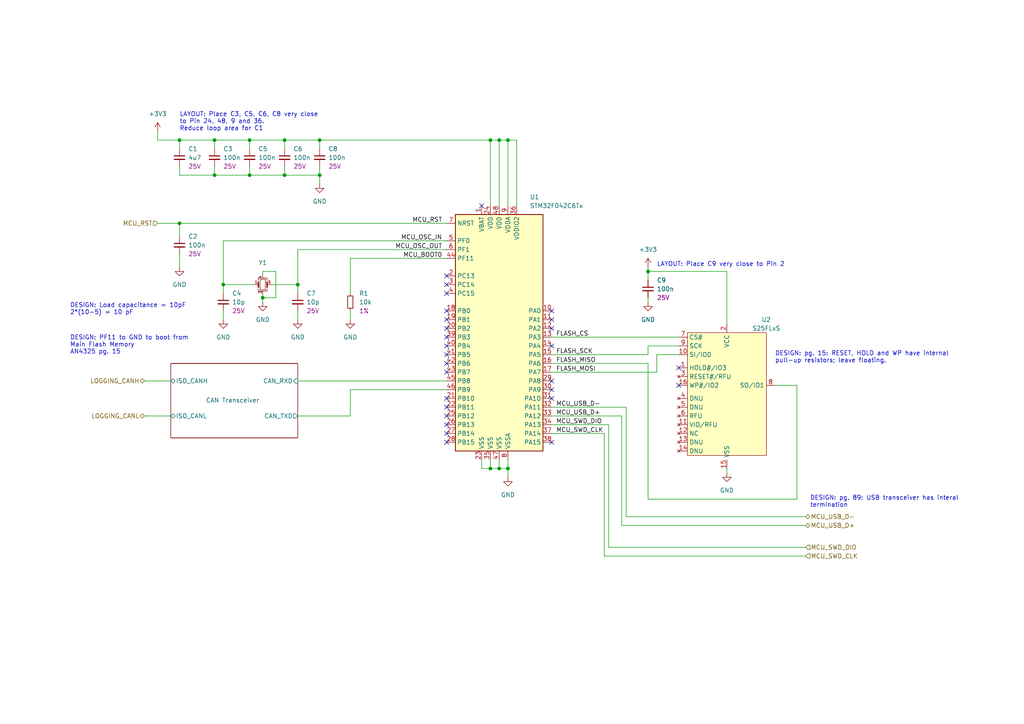
<source format=kicad_sch>
(kicad_sch (version 20211123) (generator eeschema)
  (paper "A4")
  (title_block (title "Car Logger") (date "2024-02-18") (rev "v1") (company "Johnny Cao"))
  (lib_symbols
    (symbol "Device:C_Small" (pin_numbers hide) (pin_names (offset 0.254) hide)
      (property "Reference" "C" (at 0.254 1.778 0))
      (property "Value" "C_Small" (at 0.254 -2.032 0))
      (symbol "C_Small_0_1"
        (polyline (pts (xy -1.524 -0.508) (xy 1.524 -0.508)) (stroke (width 0.3302)))
        (polyline (pts (xy -1.524 0.508) (xy 1.524 0.508)) (stroke (width 0.3048)))
      )
      (symbol "C_Small_1_1"
        (pin passive line (at 0 2.54 270) (length 2.032) (name "~") (number "1"))
        (pin passive line (at 0 -2.54 90) (length 2.032) (name "~") (number "2"))
      )
    )
    (symbol "Device:Crystal_GND24_Small" (pin_names (offset 1.016) hide)
      (property "Reference" "Y" (at 1.27 4.445 0))
      (property "Value" "Crystal_GND24_Small" (at 1.27 2.54 0))
      (symbol "Crystal_GND24_Small_0_1"
        (rectangle (start -0.762 -1.524) (end 0.762 1.524))
        (polyline (pts (xy -1.27 -0.762) (xy -1.27 0.762)) (stroke (width 0.381)))
        (polyline (pts (xy 1.27 -0.762) (xy 1.27 0.762)) (stroke (width 0.381)))
        (polyline (pts (xy -1.27 -1.27) (xy -1.27 -1.905) (xy 1.27 -1.905) (xy 1.27 -1.27)))
        (polyline (pts (xy -1.27 1.27) (xy -1.27 1.905) (xy 1.27 1.905) (xy 1.27 1.27)))
      )
      (symbol "Crystal_GND24_Small_1_1"
        (pin passive line (at -2.54 0 0) (length 1.27) (name "1") (number "1"))
        (pin passive line (at 0 -2.54 90) (length 0.635) (name "2") (number "2"))
        (pin passive line (at 2.54 0 180) (length 1.27) (name "3") (number "3"))
        (pin passive line (at 0 2.54 270) (length 0.635) (name "4") (number "4"))
      )
    )
    (symbol "Device:R_Small" (pin_numbers hide) (pin_names (offset 0.254) hide)
      (property "Reference" "R" (at 0.762 0.508 0))
      (property "Value" "R_Small" (at 0.762 -1.016 0))
      (symbol "R_Small_0_1"
        (rectangle (start -0.762 1.778) (end 0.762 -1.778) (stroke (width 0.2032)))
      )
      (symbol "R_Small_1_1"
        (pin passive line (at 0 2.54 270) (length 0.762) (name "~") (number "1"))
        (pin passive line (at 0 -2.54 90) (length 0.762) (name "~") (number "2"))
      )
    )
    (symbol "MCU_ST_STM32F0:STM32F042C6Tx"
      (property "Reference" "U" (at -12.7 34.29 0))
      (property "Value" "STM32F042C6Tx" (at 7.62 34.29 0))
      (symbol "STM32F042C6Tx_0_1"
        (rectangle (start -12.7 -35.56) (end 12.7 33.02) (stroke (width 0.254)) (fill (type background)))
      )
      (symbol "STM32F042C6Tx_1_1"
        (pin power_in line (at -5.08 35.56 270) (length 2.54) (name "VBAT") (number "1"))
        (pin bidirectional line (at 15.24 5.08 180) (length 2.54) (name "PA0") (number "10"))
        (pin bidirectional line (at 15.24 2.54 180) (length 2.54) (name "PA1") (number "11"))
        (pin bidirectional line (at 15.24 0 180) (length 2.54) (name "PA2") (number "12"))
        (pin bidirectional line (at 15.24 -2.54 180) (length 2.54) (name "PA3") (number "13"))
        (pin bidirectional line (at 15.24 -5.08 180) (length 2.54) (name "PA4") (number "14"))
        (pin bidirectional line (at 15.24 -7.62 180) (length 2.54) (name "PA5") (number "15"))
        (pin bidirectional line (at 15.24 -10.16 180) (length 2.54) (name "PA6") (number "16"))
        (pin bidirectional line (at 15.24 -12.7 180) (length 2.54) (name "PA7") (number "17"))
        (pin bidirectional line (at -15.24 5.08 0) (length 2.54) (name "PB0") (number "18"))
        (pin bidirectional line (at -15.24 2.54 0) (length 2.54) (name "PB1") (number "19"))
        (pin bidirectional line (at -15.24 15.24 0) (length 2.54) (name "PC13") (number "2"))
        (pin bidirectional line (at -15.24 0 0) (length 2.54) (name "PB2") (number "20"))
        (pin bidirectional line (at -15.24 -20.32 0) (length 2.54) (name "PB10") (number "21"))
        (pin bidirectional line (at -15.24 -22.86 0) (length 2.54) (name "PB11") (number "22"))
        (pin power_in line (at -5.08 -38.1 90) (length 2.54) (name "VSS") (number "23"))
        (pin power_in line (at -2.54 35.56 270) (length 2.54) (name "VDD") (number "24"))
        (pin bidirectional line (at -15.24 -25.4 0) (length 2.54) (name "PB12") (number "25"))
        (pin bidirectional line (at -15.24 -27.94 0) (length 2.54) (name "PB13") (number "26"))
        (pin bidirectional line (at -15.24 -30.48 0) (length 2.54) (name "PB14") (number "27"))
        (pin bidirectional line (at -15.24 -33.02 0) (length 2.54) (name "PB15") (number "28"))
        (pin bidirectional line (at 15.24 -15.24 180) (length 2.54) (name "PA8") (number "29"))
        (pin bidirectional line (at -15.24 12.7 0) (length 2.54) (name "PC14") (number "3"))
        (pin bidirectional line (at 15.24 -17.78 180) (length 2.54) (name "PA9") (number "30"))
        (pin bidirectional line (at 15.24 -20.32 180) (length 2.54) (name "PA10") (number "31"))
        (pin bidirectional line (at 15.24 -22.86 180) (length 2.54) (name "PA11") (number "32"))
        (pin bidirectional line (at 15.24 -25.4 180) (length 2.54) (name "PA12") (number "33"))
        (pin bidirectional line (at 15.24 -27.94 180) (length 2.54) (name "PA13") (number "34"))
        (pin power_in line (at -2.54 -38.1 90) (length 2.54) (name "VSS") (number "35"))
        (pin power_in line (at 5.08 35.56 270) (length 2.54) (name "VDDIO2") (number "36"))
        (pin bidirectional line (at 15.24 -30.48 180) (length 2.54) (name "PA14") (number "37"))
        (pin bidirectional line (at 15.24 -33.02 180) (length 2.54) (name "PA15") (number "38"))
        (pin bidirectional line (at -15.24 -2.54 0) (length 2.54) (name "PB3") (number "39"))
        (pin bidirectional line (at -15.24 10.16 0) (length 2.54) (name "PC15") (number "4"))
        (pin bidirectional line (at -15.24 -5.08 0) (length 2.54) (name "PB4") (number "40"))
        (pin bidirectional line (at -15.24 -7.62 0) (length 2.54) (name "PB5") (number "41"))
        (pin bidirectional line (at -15.24 -10.16 0) (length 2.54) (name "PB6") (number "42"))
        (pin bidirectional line (at -15.24 -12.7 0) (length 2.54) (name "PB7") (number "43"))
        (pin bidirectional line (at -15.24 20.32 0) (length 2.54) (name "PF11") (number "44"))
        (pin bidirectional line (at -15.24 -15.24 0) (length 2.54) (name "PB8") (number "45"))
        (pin bidirectional line (at -15.24 -17.78 0) (length 2.54) (name "PB9") (number "46"))
        (pin power_in line (at 0 -38.1 90) (length 2.54) (name "VSS") (number "47"))
        (pin power_in line (at 0 35.56 270) (length 2.54) (name "VDD") (number "48"))
        (pin input line (at -15.24 25.4 0) (length 2.54) (name "PF0") (number "5"))
        (pin input line (at -15.24 22.86 0) (length 2.54) (name "PF1") (number "6"))
        (pin input line (at -15.24 30.48 0) (length 2.54) (name "NRST") (number "7"))
        (pin power_in line (at 2.54 -38.1 90) (length 2.54) (name "VSSA") (number "8"))
        (pin power_in line (at 2.54 35.56 270) (length 2.54) (name "VDDA") (number "9"))
      )
    )
    (symbol "car-logger-lib:S25FLxS"
      (property "Reference" "U" (at 7.62 19.05 0))
      (property "Value" "S25FLxS" (at 7.62 17.145 0))
      (symbol "S25FLxS_0_0"
        (pin input line (at -13.97 5.08 0) (length 2.54) (name "HOLD#/IO3") (number "1"))
        (pin input line (at -13.97 8.89 0) (length 2.54) (name "SI/IO0") (number "10"))
        (pin no_connect line (at -13.97 -11.43 0) (length 2.54) (name "VIO/RFU") (number "11"))
        (pin no_connect line (at -13.97 -13.97 0) (length 2.54) (name "NC") (number "12"))
        (pin no_connect line (at -13.97 -16.51 0) (length 2.54) (name "DNU") (number "13"))
        (pin no_connect line (at -13.97 -19.05 0) (length 2.54) (name "DNU") (number "14"))
        (pin power_in line (at 0 -24.13 90) (length 2.54) (name "VSS") (number "15"))
        (pin input line (at -13.97 0 0) (length 2.54) (name "WP#/IO2") (number "16"))
        (pin power_in line (at 0 17.78 270) (length 2.54) (name "VCC") (number "2"))
        (pin no_connect line (at -13.97 2.54 0) (length 2.54) (name "RESET#/RFU") (number "3"))
        (pin no_connect line (at -13.97 -3.81 0) (length 2.54) (name "DNU") (number "4"))
        (pin no_connect line (at -13.97 -6.35 0) (length 2.54) (name "DNU") (number "5"))
        (pin no_connect line (at -13.97 -8.89 0) (length 2.54) (name "RFU") (number "6"))
        (pin input line (at -13.97 13.97 0) (length 2.54) (name "CS#") (number "7"))
        (pin output line (at 13.97 0 180) (length 2.54) (name "SO/IO1") (number "8"))
        (pin input line (at -13.97 11.43 0) (length 2.54) (name "SCK") (number "9"))
      )
      (symbol "S25FLxS_0_1"
        (rectangle (start -11.43 15.24) (end 11.43 -20.32) (fill (type background)))
      )
    )
    (symbol "power:+3V3" (power) (pin_names (offset 0))
      (property "Value" "+3V3" (at 0 3.556 0))
      (symbol "+3V3_0_1"
        (polyline (pts (xy -0.762 1.27) (xy 0 2.54)))
        (polyline (pts (xy 0 0) (xy 0 2.54)))
        (polyline (pts (xy 0 2.54) (xy 0.762 1.27)))
      )
      (symbol "+3V3_1_1"
        (pin power_in line (at 0 0 90) (length 0) hide (name "+3V3") (number "1"))
      )
    )
    (symbol "power:GND" (power) (pin_names (offset 0))
      (property "Value" "GND" (at 0 -3.81 0))
      (symbol "GND_0_1"
        (polyline (pts (xy 0 0) (xy 0 -1.27) (xy 1.27 -1.27) (xy 0 -2.54) (xy -1.27 -1.27) (xy 0 -1.27)))
      )
      (symbol "GND_1_1"
        (pin power_in line (at 0 0 270) (length 0) hide (name "GND") (number "1"))
      )
    )
  )
  (junction (at 82.55 40.64))
  (junction (at 147.32 135.89))
  (junction (at 52.07 40.64))
  (junction (at 142.24 135.89))
  (junction (at 147.32 40.64))
  (junction (at 62.23 50.8))
  (junction (at 92.71 40.64))
  (junction (at 142.24 40.64))
  (junction (at 62.23 40.64))
  (junction (at 76.2 86.36))
  (junction (at 72.39 50.8))
  (junction (at 144.78 40.64))
  (junction (at 72.39 40.64))
  (junction (at 64.77 82.55))
  (junction (at 144.78 135.89))
  (junction (at 92.71 50.8))
  (junction (at 52.07 64.77))
  (junction (at 82.55 50.8))
  (junction (at 187.96 78.74))
  (junction (at 86.36 82.55))
  (no_connect (at 129.54 120.65))
  (no_connect (at 160.02 115.57))
  (no_connect (at 196.85 111.76))
  (no_connect (at 129.54 123.19))
  (no_connect (at 160.02 128.27))
  (no_connect (at 160.02 100.33))
  (no_connect (at 129.54 102.87))
  (no_connect (at 129.54 97.79))
  (no_connect (at 129.54 95.25))
  (no_connect (at 129.54 128.27))
  (no_connect (at 160.02 90.17))
  (no_connect (at 129.54 115.57))
  (no_connect (at 139.7 59.69))
  (no_connect (at 160.02 110.49))
  (no_connect (at 129.54 92.71))
  (no_connect (at 129.54 80.01))
  (no_connect (at 129.54 90.17))
  (no_connect (at 129.54 125.73))
  (no_connect (at 129.54 118.11))
  (no_connect (at 129.54 107.95))
  (no_connect (at 129.54 105.41))
  (no_connect (at 129.54 85.09))
  (no_connect (at 129.54 82.55))
  (no_connect (at 160.02 92.71))
  (no_connect (at 160.02 95.25))
  (no_connect (at 129.54 100.33))
  (no_connect (at 160.02 113.03))
  (no_connect (at 196.85 106.68))
  (wire (pts (xy 160.02 125.73) (xy 175.26 125.73)))
  (wire (pts (xy 86.36 82.55) (xy 86.36 85.09)))
  (wire (pts (xy 72.39 48.26) (xy 72.39 50.8)))
  (wire (pts (xy 129.54 74.93) (xy 101.6 74.93)))
  (wire (pts (xy 62.23 40.64) (xy 62.23 43.18)))
  (wire (pts (xy 78.74 82.55) (xy 86.36 82.55)))
  (wire (pts (xy 86.36 72.39) (xy 129.54 72.39)))
  (wire (pts (xy 129.54 69.85) (xy 64.77 69.85)))
  (wire (pts (xy 187.96 105.41) (xy 187.96 144.78)))
  (wire (pts (xy 41.91 110.49) (xy 49.53 110.49)))
  (wire (pts (xy 72.39 40.64) (xy 62.23 40.64)))
  (wire (pts (xy 196.85 100.33) (xy 187.96 100.33)))
  (wire (pts (xy 160.02 105.41) (xy 187.96 105.41)))
  (wire (pts (xy 101.6 113.03) (xy 101.6 120.65)))
  (wire (pts (xy 72.39 40.64) (xy 72.39 43.18)))
  (wire (pts (xy 147.32 135.89) (xy 147.32 133.35)))
  (wire (pts (xy 62.23 40.64) (xy 52.07 40.64)))
  (wire (pts (xy 180.34 120.65) (xy 180.34 152.4)))
  (wire (pts (xy 144.78 135.89) (xy 147.32 135.89)))
  (wire (pts (xy 92.71 40.64) (xy 92.71 43.18)))
  (wire (pts (xy 101.6 90.17) (xy 101.6 92.71)))
  (wire (pts (xy 64.77 69.85) (xy 64.77 82.55)))
  (wire (pts (xy 76.2 87.63) (xy 76.2 86.36)))
  (wire (pts (xy 62.23 50.8) (xy 72.39 50.8)))
  (wire (pts (xy 41.91 120.65) (xy 49.53 120.65)))
  (wire (pts (xy 80.01 78.74) (xy 80.01 86.36)))
  (wire (pts (xy 142.24 133.35) (xy 142.24 135.89)))
  (wire (pts (xy 101.6 74.93) (xy 101.6 85.09)))
  (wire (pts (xy 144.78 40.64) (xy 144.78 59.69)))
  (wire (pts (xy 82.55 40.64) (xy 72.39 40.64)))
  (wire (pts (xy 190.5 107.95) (xy 160.02 107.95)))
  (wire (pts (xy 139.7 135.89) (xy 142.24 135.89)))
  (wire (pts (xy 129.54 64.77) (xy 52.07 64.77)))
  (wire (pts (xy 187.96 77.47) (xy 187.96 78.74)))
  (wire (pts (xy 101.6 120.65) (xy 86.36 120.65)))
  (wire (pts (xy 76.2 78.74) (xy 80.01 78.74)))
  (wire (pts (xy 231.14 111.76) (xy 224.79 111.76)))
  (wire (pts (xy 210.82 93.98) (xy 210.82 78.74)))
  (wire (pts (xy 142.24 135.89) (xy 144.78 135.89)))
  (wire (pts (xy 62.23 48.26) (xy 62.23 50.8)))
  (wire (pts (xy 45.72 38.1) (xy 45.72 40.64)))
  (wire (pts (xy 139.7 133.35) (xy 139.7 135.89)))
  (wire (pts (xy 160.02 123.19) (xy 176.53 123.19)))
  (wire (pts (xy 180.34 152.4) (xy 233.68 152.4)))
  (wire (pts (xy 142.24 40.64) (xy 92.71 40.64)))
  (wire (pts (xy 129.54 113.03) (xy 101.6 113.03)))
  (wire (pts (xy 64.77 82.55) (xy 73.66 82.55)))
  (wire (pts (xy 52.07 73.66) (xy 52.07 77.47)))
  (wire (pts (xy 52.07 40.64) (xy 45.72 40.64)))
  (wire (pts (xy 52.07 64.77) (xy 45.72 64.77)))
  (wire (pts (xy 187.96 78.74) (xy 187.96 81.28)))
  (wire (pts (xy 52.07 48.26) (xy 52.07 50.8)))
  (wire (pts (xy 76.2 85.09) (xy 76.2 86.36)))
  (wire (pts (xy 147.32 135.89) (xy 147.32 138.43)))
  (wire (pts (xy 176.53 158.75) (xy 233.68 158.75)))
  (wire (pts (xy 196.85 102.87) (xy 190.5 102.87)))
  (wire (pts (xy 86.36 110.49) (xy 129.54 110.49)))
  (wire (pts (xy 187.96 100.33) (xy 187.96 102.87)))
  (wire (pts (xy 52.07 64.77) (xy 52.07 68.58)))
  (wire (pts (xy 64.77 82.55) (xy 64.77 85.09)))
  (wire (pts (xy 52.07 50.8) (xy 62.23 50.8)))
  (wire (pts (xy 80.01 86.36) (xy 76.2 86.36)))
  (wire (pts (xy 147.32 40.64) (xy 147.32 59.69)))
  (wire (pts (xy 175.26 161.29) (xy 233.68 161.29)))
  (wire (pts (xy 52.07 40.64) (xy 52.07 43.18)))
  (wire (pts (xy 92.71 40.64) (xy 82.55 40.64)))
  (wire (pts (xy 86.36 82.55) (xy 86.36 72.39)))
  (wire (pts (xy 187.96 86.36) (xy 187.96 87.63)))
  (wire (pts (xy 160.02 118.11) (xy 181.61 118.11)))
  (wire (pts (xy 144.78 133.35) (xy 144.78 135.89)))
  (wire (pts (xy 92.71 50.8) (xy 92.71 53.34)))
  (wire (pts (xy 190.5 102.87) (xy 190.5 107.95)))
  (wire (pts (xy 142.24 40.64) (xy 142.24 59.69)))
  (wire (pts (xy 160.02 97.79) (xy 196.85 97.79)))
  (wire (pts (xy 187.96 144.78) (xy 231.14 144.78)))
  (wire (pts (xy 181.61 149.86) (xy 233.68 149.86)))
  (wire (pts (xy 92.71 48.26) (xy 92.71 50.8)))
  (wire (pts (xy 160.02 120.65) (xy 180.34 120.65)))
  (wire (pts (xy 64.77 90.17) (xy 64.77 92.71)))
  (wire (pts (xy 144.78 40.64) (xy 142.24 40.64)))
  (wire (pts (xy 210.82 135.89) (xy 210.82 137.16)))
  (wire (pts (xy 82.55 50.8) (xy 92.71 50.8)))
  (wire (pts (xy 149.86 59.69) (xy 149.86 40.64)))
  (wire (pts (xy 181.61 118.11) (xy 181.61 149.86)))
  (wire (pts (xy 147.32 40.64) (xy 144.78 40.64)))
  (wire (pts (xy 82.55 48.26) (xy 82.55 50.8)))
  (wire (pts (xy 176.53 123.19) (xy 176.53 158.75)))
  (wire (pts (xy 187.96 102.87) (xy 160.02 102.87)))
  (wire (pts (xy 72.39 50.8) (xy 82.55 50.8)))
  (wire (pts (xy 82.55 40.64) (xy 82.55 43.18)))
  (wire (pts (xy 175.26 125.73) (xy 175.26 161.29)))
  (wire (pts (xy 231.14 144.78) (xy 231.14 111.76)))
  (wire (pts (xy 210.82 78.74) (xy 187.96 78.74)))
  (wire (pts (xy 149.86 40.64) (xy 147.32 40.64)))
  (wire (pts (xy 76.2 80.01) (xy 76.2 78.74)))
  (wire (pts (xy 86.36 90.17) (xy 86.36 92.71)))
  (text "DESIGN: pg. 15: RESET, HOLD and WP have internal\npull-up resistors; leave floating." (at 224.79 105.41 0) (effects (font (size 1.27 1.27)) (justify left bottom)))
  (text "LAYOUT: Place C3, C5, C6, C8 very close\nto Pin 24, 48, 9 and 36.\nReduce loop area for C1" (at 52.07 38.1 0) (effects (font (size 1.27 1.27)) (justify left bottom)))
  (text "DESIGN: pg. 89: USB transceiver has interal\ntermination" (at 234.95 147.32 0) (effects (font (size 1.27 1.27)) (justify left bottom)))
  (text "LAYOUT: Place C9 very close to Pin 2" (at 190.5 77.47 0) (effects (font (size 1.27 1.27)) (justify left bottom)))
  (text "DESIGN: PF11 to GND to boot from \nMain Flash Memory\nAN4325 pg. 15" (at 20.32 102.87 0) (effects (font (size 1.27 1.27)) (justify left bottom)))
  (text "DESIGN: Load capacitance = 10pF\n2*(10-5) = 10 pF" (at 20.32 91.44 0) (effects (font (size 1.27 1.27)) (justify left bottom)))
  (label "FLASH_MOSI" (at 161.29 107.95 0))
  (label "MCU_SWD_DIO" (at 161.29 123.19 0))
  (label "FLASH_MISO" (at 161.29 105.41 0))
  (label "MCU_USB_D-" (at 161.29 118.11 0))
  (label "FLASH_SCK" (at 161.29 102.87 0))
  (label "MCU_BOOT0" (at 128.27 74.93 180))
  (label "MCU_OSC_IN" (at 128.2224 69.85 180))
  (label "MCU_RST" (at 128.27 64.77 180))
  (label "MCU_USB_D+" (at 161.29 120.65 0))
  (label "MCU_OSC_OUT" (at 128.27 72.39 180))
  (label "FLASH_CS" (at 161.29 97.79 0))
  (label "MCU_SWD_CLK" (at 161.29 125.73 0))
  (hierarchical_label "MCU_SWD_DIO" (shape input) (at 233.68 158.75 0))
  (hierarchical_label "LOGGING_CANL" (shape bidirectional) (at 41.91 120.65 180))
  (hierarchical_label "MCU_RST" (shape input) (at 45.72 64.77 180))
  (hierarchical_label "MCU_SWD_CLK" (shape input) (at 233.68 161.29 0))
  (hierarchical_label "LOGGING_CANH" (shape bidirectional) (at 41.91 110.49 180))
  (hierarchical_label "MCU_USB_D+" (shape bidirectional) (at 233.68 152.4 0))
  (hierarchical_label "MCU_USB_D-" (shape bidirectional) (at 233.68 149.86 0))
  (symbol (lib_id "Device:C_Small") (at 52.07 45.72 0) (unit 1)
    (property "Reference" "C1" (at 54.61 43.18 0) (effects (justify left)))
    (property "Value" "4u7" (at 54.61 45.72 0) (effects (justify left)))
    (property "Footprint" "Capacitor_SMD:C_0603_1608Metric" (effects hide))
    (property "Rating" "25V" (at 54.61 48.2538 0) (effects (justify left)))
  )
  (symbol (lib_id "Device:C_Small") (at 92.71 45.72 0) (unit 1)
    (property "Reference" "C8" (at 95.25 43.18 0) (effects (justify left)))
    (property "Value" "100n" (at 95.25 45.72 0) (effects (justify left)))
    (property "Footprint" "Capacitor_SMD:C_0603_1608Metric" (effects hide))
    (property "Rating" "25V" (at 95.25 48.2538 0) (effects (justify left)))
  )
  (symbol (lib_id "Device:C_Small") (at 82.55 45.72 0) (unit 1)
    (property "Reference" "C6" (at 85.09 43.18 0) (effects (justify left)))
    (property "Value" "100n" (at 85.09 45.72 0) (effects (justify left)))
    (property "Footprint" "Capacitor_SMD:C_0603_1608Metric" (effects hide))
    (property "Rating" "25V" (at 85.09 48.2538 0) (effects (justify left)))
  )
  (symbol (lib_id "power:GND") (at 64.77 92.71 0) (unit 1)
    (property "Reference" "#PWR03" (effects hide))
    (property "Value" "GND" (at 64.77 97.79 0))
  )
  (symbol (lib_id "Device:R_Small") (at 101.6 87.63 0) (unit 1)
    (property "Reference" "R1" (at 104.14 85.0901 0) (effects (justify left)))
    (property "Value" "10k" (at 104.14 87.63 0) (effects (justify left)))
    (property "Footprint" "Resistor_SMD:R_0603_1608Metric" (effects hide))
    (property "Tolerance" "1%" (at 104.14 90.1701 0) (effects (justify left)))
  )
  (symbol (lib_id "power:GND") (at 76.2 87.63 0) (unit 1)
    (property "Reference" "#PWR0111" (effects hide))
    (property "Value" "GND" (at 76.2 92.71 0))
  )
  (symbol (lib_id "Device:Crystal_GND24_Small") (at 76.2 82.55 0) (unit 1)
    (property "Reference" "Y1" (at 76.2 76.2 0))
    (property "Value" "Crystal_GND24_Small" (effects hide))
    (property "Footprint" "Crystal:Crystal_SMD_2520-4Pin_2.5x2.0mm" (effects hide))
  )
  (symbol (lib_id "power:GND") (at 147.32 138.43 0) (unit 1)
    (property "Reference" "#PWR07" (effects hide))
    (property "Value" "GND" (at 147.32 143.51 0))
  )
  (symbol (lib_id "Device:C_Small") (at 187.96 83.82 0) (unit 1)
    (property "Reference" "C9" (at 190.5 81.28 0) (effects (justify left)))
    (property "Value" "100n" (at 190.5 83.82 0) (effects (justify left)))
    (property "Footprint" "Capacitor_SMD:C_0603_1608Metric" (effects hide))
    (property "Rating" "25V" (at 190.5 86.3538 0) (effects (justify left)))
  )
  (symbol (lib_id "Device:C_Small") (at 86.36 87.63 0) (unit 1)
    (property "Reference" "C7" (at 88.9 85.09 0) (effects (justify left)))
    (property "Value" "10p" (at 88.9 87.63 0) (effects (justify left)))
    (property "Footprint" "Capacitor_SMD:C_0603_1608Metric" (effects hide))
    (property "Rating" "25V" (at 88.9 90.1638 0) (effects (justify left)))
  )
  (symbol (lib_id "power:GND") (at 52.07 77.47 0) (unit 1)
    (property "Reference" "#PWR02" (effects hide))
    (property "Value" "GND" (at 52.07 82.55 0))
  )
  (symbol (lib_id "car-logger-lib:S25FLxS") (at 210.82 111.76 0) (unit 1)
    (property "Reference" "U2" (at 222.25 92.71 0))
    (property "Value" "S25FLxS" (at 222.25 95.25 0))
    (property "Footprint" "Package_SO:SOIC-16W_7.5x10.3mm_P1.27mm" (effects hide))
    (property "Datasheet" "https://www.infineon.com/dgdl/Infineon-S25FL128S_S25FL256S_128_Mb_(16_MB)_256_Mb_(32_MB)_3.0V_SPI_Flash_Memory-DataSheet-v18_00-EN.pdf?fileId=8ac78c8c7d0d8da4017d0ecfb6a64a17" (effects hide))
  )
  (symbol (lib_id "power:GND") (at 92.71 53.34 0) (unit 1)
    (property "Reference" "#PWR05" (effects hide))
    (property "Value" "GND" (at 92.71 58.42 0))
  )
  (symbol (lib_id "Device:C_Small") (at 72.39 45.72 0) (unit 1)
    (property "Reference" "C5" (at 74.93 43.18 0) (effects (justify left)))
    (property "Value" "100n" (at 74.93 45.72 0) (effects (justify left)))
    (property "Footprint" "Capacitor_SMD:C_0603_1608Metric" (effects hide))
    (property "Rating" "25V" (at 74.93 48.2538 0) (effects (justify left)))
  )
  (symbol (lib_id "power:GND") (at 187.96 87.63 0) (unit 1)
    (property "Reference" "#PWR09" (effects hide))
    (property "Value" "GND" (at 187.96 92.71 0))
  )
  (symbol (lib_id "power:GND") (at 210.82 137.16 0) (unit 1)
    (property "Reference" "#PWR010" (effects hide))
    (property "Value" "GND" (at 210.82 142.24 0))
  )
  (symbol (lib_id "Device:C_Small") (at 62.23 45.72 0) (unit 1)
    (property "Reference" "C3" (at 64.77 43.18 0) (effects (justify left)))
    (property "Value" "100n" (at 64.77 45.72 0) (effects (justify left)))
    (property "Footprint" "Capacitor_SMD:C_0603_1608Metric" (effects hide))
    (property "Rating" "25V" (at 64.77 48.2538 0) (effects (justify left)))
  )
  (symbol (lib_id "power:+3V3") (at 187.96 77.47 0) (unit 1)
    (property "Reference" "#PWR08" (effects hide))
    (property "Value" "+3V3" (at 187.96 72.39 0))
  )
  (symbol (lib_id "power:GND") (at 86.36 92.71 0) (unit 1)
    (property "Reference" "#PWR04" (effects hide))
    (property "Value" "GND" (at 86.36 97.79 0))
  )
  (symbol (lib_id "power:+3V3") (at 45.72 38.1 0) (unit 1)
    (property "Reference" "#PWR01" (effects hide))
    (property "Value" "+3V3" (at 45.72 33.02 0))
  )
  (symbol (lib_id "Device:C_Small") (at 52.07 71.12 0) (unit 1)
    (property "Reference" "C2" (at 54.61 68.58 0) (effects (justify left)))
    (property "Value" "100n" (at 54.61 71.12 0) (effects (justify left)))
    (property "Footprint" "Capacitor_SMD:C_0603_1608Metric" (effects hide))
    (property "Rating" "25V" (at 54.61 73.6538 0) (effects (justify left)))
  )
  (symbol (lib_id "Device:C_Small") (at 64.77 87.63 0) (unit 1)
    (property "Reference" "C4" (at 67.31 85.09 0) (effects (justify left)))
    (property "Value" "10p" (at 67.31 87.63 0) (effects (justify left)))
    (property "Footprint" "Capacitor_SMD:C_0603_1608Metric" (effects hide))
    (property "Rating" "25V" (at 67.31 90.1638 0) (effects (justify left)))
  )
  (symbol (lib_id "power:GND") (at 101.6 92.71 0) (unit 1)
    (property "Reference" "#PWR06" (effects hide))
    (property "Value" "GND" (at 101.6 97.79 0))
  )
  (symbol (lib_id "MCU_ST_STM32F0:STM32F042C6Tx") (at 144.78 95.25 0) (unit 1)
    (property "Reference" "U1" (at 153.67 57.15 0) (effects (justify left)))
    (property "Value" "STM32F042C6Tx" (at 153.67 59.69 0) (effects (justify left)))
    (property "Footprint" "Package_QFP:LQFP-48_7x7mm_P0.5mm" (effects hide))
    (property "Datasheet" "http://www.st.com/st-web-ui/static/active/en/resource/technical/document/datasheet/DM00105814.pdf" (effects hide))
  )
  (sheet (at 49.53 105.41) (size 36.83 21.59) (stroke (width 0.1524))
    (property "Sheet name" "CAN Transceiver" (at 59.69 116.84 0) (effects (justify left bottom)))
    (property "Sheet file" "can-transceiver.kicad_sch" (effects hide))
    (pin "CAN_RXD" input (at 86.36 110.49 0))
    (pin "CAN_TXD" output (at 86.36 120.65 0))
    (pin "ISO_CANL" bidirectional (at 49.53 120.65 180))
    (pin "ISO_CANH" bidirectional (at 49.53 110.49 180))
  )
)
</source>
